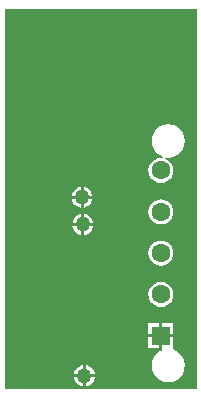
<source format=gbl>
G04*
G04 #@! TF.GenerationSoftware,Altium Limited,Altium Designer,20.0.9 (164)*
G04*
G04 Layer_Physical_Order=2*
G04 Layer_Color=16711680*
%FSLAX25Y25*%
%MOIN*%
G70*
G01*
G75*
%ADD18R,0.06299X0.06299*%
%ADD19C,0.06299*%
%ADD20C,0.05000*%
G36*
X64000D02*
X0D01*
Y126500D01*
X64000D01*
Y0D01*
D02*
G37*
%LPC*%
G36*
X54480Y88092D02*
X53037Y87902D01*
X51693Y87345D01*
X50538Y86459D01*
X49652Y85305D01*
X49095Y83960D01*
X48905Y82517D01*
X49095Y81074D01*
X49652Y79729D01*
X50538Y78575D01*
X51693Y77689D01*
X52698Y77272D01*
X52567Y76785D01*
X52000Y76860D01*
X50917Y76717D01*
X49907Y76299D01*
X49040Y75634D01*
X48375Y74767D01*
X47957Y73758D01*
X47815Y72674D01*
X47957Y71591D01*
X48375Y70582D01*
X49040Y69715D01*
X49907Y69050D01*
X50917Y68632D01*
X52000Y68489D01*
X53083Y68632D01*
X54093Y69050D01*
X54959Y69715D01*
X55625Y70582D01*
X56043Y71591D01*
X56185Y72674D01*
X56043Y73758D01*
X55625Y74767D01*
X54959Y75634D01*
X54093Y76299D01*
X53423Y76577D01*
X53553Y77064D01*
X54480Y76942D01*
X55923Y77132D01*
X57268Y77689D01*
X58423Y78575D01*
X59309Y79729D01*
X59866Y81074D01*
X60056Y82517D01*
X59866Y83960D01*
X59309Y85305D01*
X58423Y86459D01*
X57268Y87345D01*
X55923Y87902D01*
X54480Y88092D01*
D02*
G37*
G36*
X26241Y67214D02*
Y64250D01*
X29206D01*
X29151Y64664D01*
X28798Y65515D01*
X28237Y66246D01*
X27506Y66807D01*
X26655Y67160D01*
X26241Y67214D01*
D02*
G37*
G36*
X25241D02*
X24827Y67160D01*
X23976Y66807D01*
X23245Y66246D01*
X22684Y65515D01*
X22331Y64664D01*
X22277Y64250D01*
X25241D01*
Y67214D01*
D02*
G37*
G36*
X29206Y63250D02*
X26241D01*
Y60286D01*
X26655Y60340D01*
X27506Y60693D01*
X28237Y61254D01*
X28798Y61985D01*
X29151Y62836D01*
X29206Y63250D01*
D02*
G37*
G36*
X25241D02*
X22277D01*
X22331Y62836D01*
X22684Y61985D01*
X23245Y61254D01*
X23976Y60693D01*
X24827Y60340D01*
X25241Y60286D01*
Y63250D01*
D02*
G37*
G36*
X26522Y58174D02*
Y55209D01*
X29487D01*
X29432Y55623D01*
X29080Y56475D01*
X28519Y57206D01*
X27788Y57767D01*
X26936Y58119D01*
X26522Y58174D01*
D02*
G37*
G36*
X25522D02*
X25109Y58119D01*
X24257Y57767D01*
X23526Y57206D01*
X22965Y56475D01*
X22613Y55623D01*
X22558Y55209D01*
X25522D01*
Y58174D01*
D02*
G37*
G36*
X52000Y63080D02*
X50917Y62938D01*
X49907Y62520D01*
X49040Y61854D01*
X48375Y60988D01*
X47957Y59978D01*
X47815Y58895D01*
X47957Y57812D01*
X48375Y56802D01*
X49040Y55935D01*
X49907Y55270D01*
X50917Y54852D01*
X52000Y54710D01*
X53083Y54852D01*
X54093Y55270D01*
X54959Y55935D01*
X55625Y56802D01*
X56043Y57812D01*
X56185Y58895D01*
X56043Y59978D01*
X55625Y60988D01*
X54959Y61854D01*
X54093Y62520D01*
X53083Y62938D01*
X52000Y63080D01*
D02*
G37*
G36*
X29487Y54210D02*
X26522D01*
Y51245D01*
X26936Y51300D01*
X27788Y51652D01*
X28519Y52213D01*
X29080Y52944D01*
X29432Y53796D01*
X29487Y54210D01*
D02*
G37*
G36*
X25522D02*
X22558D01*
X22613Y53796D01*
X22965Y52944D01*
X23526Y52213D01*
X24257Y51652D01*
X25109Y51300D01*
X25522Y51245D01*
Y54210D01*
D02*
G37*
G36*
X52000Y49301D02*
X50917Y49158D01*
X49907Y48740D01*
X49040Y48075D01*
X48375Y47208D01*
X47957Y46199D01*
X47815Y45115D01*
X47957Y44032D01*
X48375Y43023D01*
X49040Y42156D01*
X49907Y41491D01*
X50917Y41073D01*
X52000Y40930D01*
X53083Y41073D01*
X54093Y41491D01*
X54959Y42156D01*
X55625Y43023D01*
X56043Y44032D01*
X56185Y45115D01*
X56043Y46199D01*
X55625Y47208D01*
X54959Y48075D01*
X54093Y48740D01*
X53083Y49158D01*
X52000Y49301D01*
D02*
G37*
G36*
Y35521D02*
X50917Y35379D01*
X49907Y34960D01*
X49040Y34295D01*
X48375Y33428D01*
X47957Y32419D01*
X47815Y31336D01*
X47957Y30253D01*
X48375Y29243D01*
X49040Y28376D01*
X49907Y27711D01*
X50917Y27293D01*
X52000Y27150D01*
X53083Y27293D01*
X54093Y27711D01*
X54959Y28376D01*
X55625Y29243D01*
X56043Y30253D01*
X56185Y31336D01*
X56043Y32419D01*
X55625Y33428D01*
X54959Y34295D01*
X54093Y34960D01*
X53083Y35379D01*
X52000Y35521D01*
D02*
G37*
G36*
X56150Y21706D02*
X52500D01*
Y18056D01*
X56150D01*
Y21706D01*
D02*
G37*
G36*
X51500D02*
X47850D01*
Y18056D01*
X51500D01*
Y21706D01*
D02*
G37*
G36*
Y17056D02*
X47850D01*
Y13407D01*
X51500D01*
Y17056D01*
D02*
G37*
G36*
X27022Y7736D02*
Y4772D01*
X29987D01*
X29932Y5185D01*
X29580Y6037D01*
X29019Y6768D01*
X28288Y7329D01*
X27436Y7681D01*
X27022Y7736D01*
D02*
G37*
G36*
X26022D02*
X25609Y7681D01*
X24757Y7329D01*
X24026Y6768D01*
X23465Y6037D01*
X23112Y5185D01*
X23058Y4772D01*
X26022D01*
Y7736D01*
D02*
G37*
G36*
X56150Y17056D02*
X52500D01*
Y13273D01*
X52573Y12907D01*
X51693Y12542D01*
X50538Y11656D01*
X49652Y10501D01*
X49095Y9157D01*
X48905Y7714D01*
X49095Y6271D01*
X49652Y4926D01*
X50538Y3771D01*
X51693Y2885D01*
X53037Y2328D01*
X54480Y2138D01*
X55923Y2328D01*
X57268Y2885D01*
X58423Y3771D01*
X59309Y4926D01*
X59866Y6271D01*
X60056Y7714D01*
X59866Y9157D01*
X59309Y10501D01*
X58423Y11656D01*
X57268Y12542D01*
X56269Y12956D01*
X56150Y13407D01*
X56150Y13546D01*
Y17056D01*
D02*
G37*
G36*
X29987Y3771D02*
X27022D01*
Y807D01*
X27436Y862D01*
X28288Y1214D01*
X29019Y1775D01*
X29580Y2506D01*
X29932Y3358D01*
X29987Y3771D01*
D02*
G37*
G36*
X26022D02*
X23058D01*
X23112Y3358D01*
X23465Y2506D01*
X24026Y1775D01*
X24757Y1214D01*
X25609Y862D01*
X26022Y807D01*
Y3771D01*
D02*
G37*
%LPD*%
D18*
X52000Y17556D02*
D03*
D19*
Y31336D02*
D03*
Y45115D02*
D03*
Y58895D02*
D03*
Y72674D02*
D03*
D20*
X26522Y4272D02*
D03*
X26022Y54710D02*
D03*
X25741Y63750D02*
D03*
M02*

</source>
